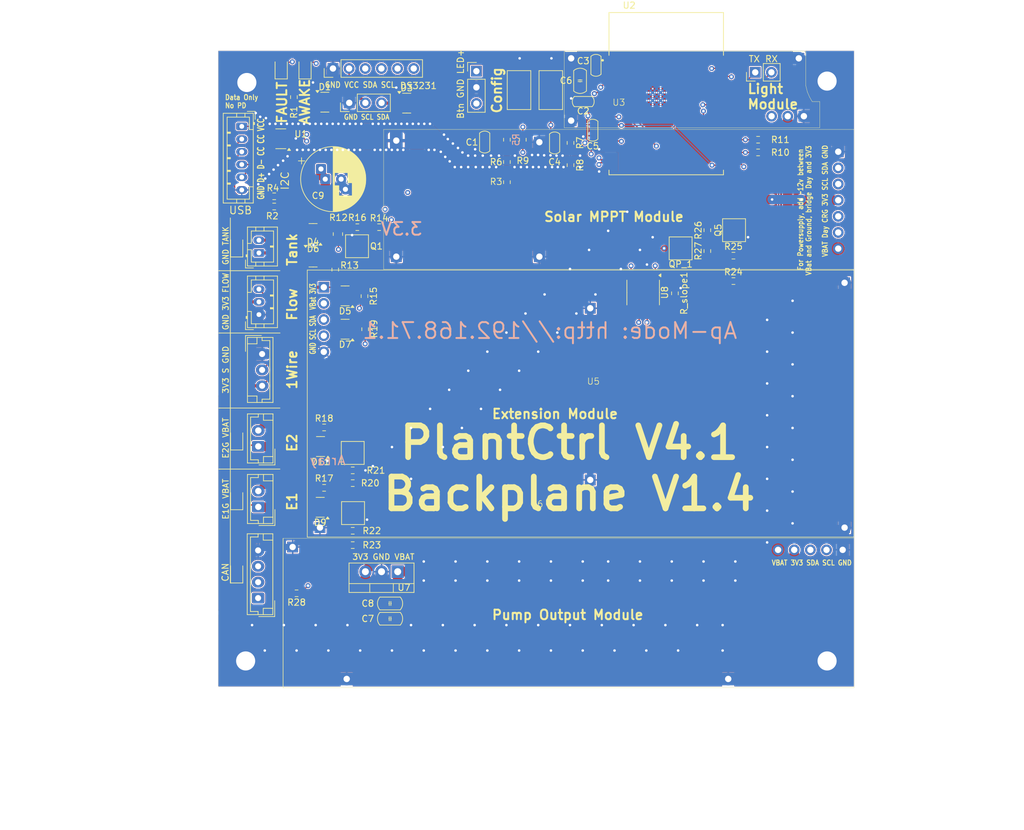
<source format=kicad_pcb>
(kicad_pcb
	(version 20241229)
	(generator "pcbnew")
	(generator_version "9.0")
	(general
		(thickness 1.6)
		(legacy_teardrops no)
	)
	(paper "A4")
	(layers
		(0 "F.Cu" signal)
		(4 "In1.Cu" signal)
		(6 "In2.Cu" signal)
		(2 "B.Cu" signal)
		(9 "F.Adhes" user "F.Adhesive")
		(11 "B.Adhes" user "B.Adhesive")
		(13 "F.Paste" user)
		(15 "B.Paste" user)
		(5 "F.SilkS" user "F.Silkscreen")
		(7 "B.SilkS" user "B.Silkscreen")
		(1 "F.Mask" user)
		(3 "B.Mask" user)
		(17 "Dwgs.User" user "User.Drawings")
		(19 "Cmts.User" user "User.Comments")
		(21 "Eco1.User" user "User.Eco1")
		(23 "Eco2.User" user "User.Eco2")
		(25 "Edge.Cuts" user)
		(27 "Margin" user)
		(31 "F.CrtYd" user "F.Courtyard")
		(29 "B.CrtYd" user "B.Courtyard")
		(35 "F.Fab" user)
		(33 "B.Fab" user)
	)
	(setup
		(stackup
			(layer "F.SilkS"
				(type "Top Silk Screen")
			)
			(layer "F.Paste"
				(type "Top Solder Paste")
			)
			(layer "F.Mask"
				(type "Top Solder Mask")
				(thickness 0.01)
			)
			(layer "F.Cu"
				(type "copper")
				(thickness 0.035)
			)
			(layer "dielectric 1"
				(type "prepreg")
				(thickness 0.1)
				(material "FR4")
				(epsilon_r 4.5)
				(loss_tangent 0.02)
			)
			(layer "In1.Cu"
				(type "copper")
				(thickness 0.035)
			)
			(layer "dielectric 2"
				(type "core")
				(thickness 1.24)
				(material "FR4")
				(epsilon_r 4.5)
				(loss_tangent 0.02)
			)
			(layer "In2.Cu"
				(type "copper")
				(thickness 0.035)
			)
			(layer "dielectric 3"
				(type "prepreg")
				(thickness 0.1)
				(material "FR4")
				(epsilon_r 4.5)
				(loss_tangent 0.02)
			)
			(layer "B.Cu"
				(type "copper")
				(thickness 0.035)
			)
			(layer "B.Mask"
				(type "Bottom Solder Mask")
				(thickness 0.01)
			)
			(layer "B.Paste"
				(type "Bottom Solder Paste")
			)
			(layer "B.SilkS"
				(type "Bottom Silk Screen")
			)
			(copper_finish "HAL lead-free")
			(dielectric_constraints no)
		)
		(pad_to_mask_clearance 0.05)
		(allow_soldermask_bridges_in_footprints no)
		(tenting front back)
		(aux_axis_origin 68.58 26.67)
		(grid_origin 68.58 26.67)
		(pcbplotparams
			(layerselection 0x00000000_00000000_5555555f_ffffffff)
			(plot_on_all_layers_selection 0x00000000_00000000_00000000_00000000)
			(disableapertmacros no)
			(usegerberextensions no)
			(usegerberattributes no)
			(usegerberadvancedattributes no)
			(creategerberjobfile no)
			(dashed_line_dash_ratio 12.000000)
			(dashed_line_gap_ratio 3.000000)
			(svgprecision 4)
			(plotframeref no)
			(mode 1)
			(useauxorigin no)
			(hpglpennumber 1)
			(hpglpenspeed 20)
			(hpglpendiameter 15.000000)
			(pdf_front_fp_property_popups yes)
			(pdf_back_fp_property_popups yes)
			(pdf_metadata yes)
			(pdf_single_document no)
			(dxfpolygonmode yes)
			(dxfimperialunits yes)
			(dxfusepcbnewfont yes)
			(psnegative no)
			(psa4output no)
			(plot_black_and_white yes)
			(sketchpadsonfab no)
			(plotpadnumbers no)
			(hidednponfab no)
			(sketchdnponfab yes)
			(crossoutdnponfab yes)
			(subtractmaskfromsilk no)
			(outputformat 1)
			(mirror no)
			(drillshape 0)
			(scaleselection 1)
			(outputdirectory "gerber/")
		)
	)
	(net 0 "")
	(net 1 "EN")
	(net 2 "VBAT")
	(net 3 "3_3V")
	(net 4 "Temp")
	(net 5 "TANK_SENSOR")
	(net 6 "Charge")
	(net 7 "Net-(Q1-G)")
	(net 8 "ESP_RX")
	(net 9 "ESP_TX")
	(net 10 "Net-(Boot1-Pad2)")
	(net 11 "SDA")
	(net 12 "SCL")
	(net 13 "Net-(CD1-A)")
	(net 14 "Net-(D2-K)")
	(net 15 "IsDay")
	(net 16 "LED_ENABLE")
	(net 17 "WORKING")
	(net 18 "ENABLE_TANK")
	(net 19 "USB_D-")
	(net 20 "FLOW")
	(net 21 "USB_D+")
	(net 22 "BOOT_SEL")
	(net 23 "WARN_LED")
	(net 24 "Net-(I1-A)")
	(net 25 "unconnected-(J6-Pin_5-Pad5)")
	(net 26 "USB_BUS")
	(net 27 "Net-(R3-Pad1)")
	(net 28 "unconnected-(U1-I{slash}O2-Pad4)")
	(net 29 "unconnected-(U1-I{slash}O1-Pad6)")
	(net 30 "Net-(J4-Pin_1)")
	(net 31 "Net-(D8-K)")
	(net 32 "Net-(D8-A)")
	(net 33 "Net-(D10-K)")
	(net 34 "Net-(D10-A)")
	(net 35 "Net-(J2-Pin_3)")
	(net 36 "Net-(Q2-G)")
	(net 37 "Net-(J2-Pin_2)")
	(net 38 "unconnected-(U2-IO8-Pad10)")
	(net 39 "unconnected-(U2-NC-Pad22)")
	(net 40 "Net-(Q3-G)")
	(net 41 "EXTRA_1")
	(net 42 "EXTRA_2")
	(net 43 "Net-(CD2-K)")
	(net 44 "CONFIG2")
	(net 45 "GND")
	(net 46 "unconnected-(J6-Pin_6-Pad6)")
	(net 47 "Net-(J7-Pin_3)")
	(net 48 "Net-(J7-Pin_2)")
	(net 49 "CAN_POWER")
	(net 50 "Net-(Q5-D)")
	(net 51 "Net-(Q5-G)")
	(net 52 "Net-(QP_1-G)")
	(net 53 "Enable_Can")
	(net 54 "Net-(U8-Rs)")
	(net 55 "CAN_TX")
	(net 56 "CAN_RX")
	(net 57 "unconnected-(U8-Vref-Pad5)")
	(footprint "Package_TO_SOT_SMD:SOT-23" (layer "F.Cu") (at 185.7675 101.92 180))
	(footprint "Modules:MPPT" (layer "F.Cu") (at 232.68 48.3075))
	(footprint "Button_Switch_SMD:SW_SPST_CK_RS282G05A3" (layer "F.Cu") (at 221.98 45.87 -90))
	(footprint "Modules:PumpModule" (layer "F.Cu") (at 219.88 111.47))
	(footprint "Connector_JST:JST_EH_B2B-EH-A_1x02_P2.50mm_Vertical" (layer "F.Cu") (at 175.98 111.42 90))
	(footprint "PCM_Capacitor_SMD_Handsoldering_AKL:C_0805_2012Metric_Pad1.18x1.45mm" (layer "F.Cu") (at 196.7 129 180))
	(footprint "PCM_Capacitor_SMD_Handsoldering_AKL:C_0603_1608Metric_Pad1.08x0.95mm" (layer "F.Cu") (at 229.08 41.97 -90))
	(footprint "Resistor_SMD:R_0603_1608Metric" (layer "F.Cu") (at 254.58 53.67 180))
	(footprint "PCM_Capacitor_SMD_Handsoldering_AKL:C_0603_1608Metric_Pad1.08x0.95mm" (layer "F.Cu") (at 227.08 47.67))
	(footprint "Button_Switch_SMD:SW_SPST_CK_RS282G05A3" (layer "F.Cu") (at 216.98 45.87 -90))
	(footprint "Resistor_SMD:R_0603_1608Metric" (layer "F.Cu") (at 225.08 54.17 90))
	(footprint "Connector_JST:JST_PH_B3B-PH-K_1x03_P2.00mm_Vertical" (layer "F.Cu") (at 176.08 81.17 90))
	(footprint "Resistor_SMD:R_0603_1608Metric" (layer "F.Cu") (at 246.6 67.9 90))
	(footprint "Connector_JST:JST_EH_B3B-EH-A_1x03_P2.50mm_Vertical" (layer "F.Cu") (at 176.58 87.37 -90))
	(footprint "Resistor_SMD:R_0603_1608Metric" (layer "F.Cu") (at 191.555 67.42 180))
	(footprint "Resistor_SMD:R_0603_1608Metric" (layer "F.Cu") (at 190.83 115.17))
	(footprint "Package_TO_SOT_SMD:SOT-23" (layer "F.Cu") (at 189.63 78.22 180))
	(footprint "LED_SMD:LED_0805_2012Metric" (layer "F.Cu") (at 179.58 42.42 90))
	(footprint "Package_TO_SOT_SMD:SOT-23" (layer "F.Cu") (at 184.5925 68.42 180))
	(footprint "Resistor_SMD:R_0603_1608Metric" (layer "F.Cu") (at 217.58 53.67 -90))
	(footprint "Connector_PinHeader_2.54mm:PinHeader_1x06_P2.54mm_Vertical" (layer "F.Cu") (at 187.72 42.47 90))
	(footprint "LED_SMD:LED_0805_2012Metric" (layer "F.Cu") (at 172.58 110.17 90))
	(footprint "Resistor_SMD:R_0603_1608Metric" (layer "F.Cu") (at 178.48 64.17))
	(footprint "Package_TO_SOT_SMD:SOT-23-6" (layer "F.Cu") (at 179.5175 53.52 180))
	(footprint "Package_TO_SOT_SMD:SOT-23" (layer "F.Cu") (at 189.63 83.47 180))
	(footprint "Resistor_SMD:R_0603_1608Metric" (layer "F.Cu") (at 241.5 77.825 -90))
	(footprint "PCM_Capacitor_SMD_Handsoldering_AKL:C_0805_2012Metric_Pad1.18x1.45mm" (layer "F.Cu") (at 196.7 126.6 180))
	(footprint "Resistor_SMD:R_0603_1608Metric" (layer "F.Cu") (at 215.08 60.345 -90))
	(footprint "Resistor_SMD:R_0603_1608Metric" (layer "F.Cu") (at 194.98 67.42))
	(footprint "PCM_Capacitor_SMD_Handsoldering_AKL:C_0603_1608Metric_Pad1.08x0.95mm" (layer "F.Cu") (at 211.58 54.0325 90))
	(footprint "Package_TO_SOT_SMD:SOT-23" (layer "F.Cu") (at 199.3175 47.92))
	(footprint "Capacitor_THT:CP_Radial_D10.0mm_P2.50mm_P5.00mm"
		(layer "F.Cu")
		(uuid "5788df9f-c91a-4f2f-8dbd-50d2ee8e1389")
		(at 186.509063 59.87)
		(descr "CP, Radial series, Radial, pin pitch=2.50mm 5.00mm, diameter=10mm, height=12mm, Electrolytic Capacitor")
		(tags "CP Radial series Radial pin pitch 2.50mm 5.00mm diameter 10mm height 12mm Electrolytic Capacitor")
		(property "Reference" "C9"
			(at -1.129063 2.6 0)
			(layer "F.SilkS")
			(uuid "d80d09d5-31e8-424b-86b6-1d42df47e3dd")
			(effects
				(font
					(size 1 1)
					(thickness 0.15)
				)
			)
		)
		(property "Value" "1000uF"
			(at 1.25 6.25 0)
			(layer "F.Fab")
			(uuid "70a175ba-ec71-450b-9a5a-91d206b8d5a6")
			(effects
				(font
					(size 1 1)
					(thickness 0.15)
				)
			)
		)
		(property "Datasheet" "~"
			(at 0 0 0)
			(layer "F.Fab")
			(hide yes)
			(uuid "abdac494-626e-4c59-bcd1-6423def8dddf")
			(effects
				(font
					(size 1.27 1.27)
					(thickness 0.15)
				)
			)
		)
		(property "Description" "Polarized capacitor"
			(at 0 0 0)
			(layer "F.Fab")
			(hide yes)
			(uuid "2403c29e-250c-4bf0-ac75-9a7df71bf331")
			(effects
				(font
					(size 1.27 1.27)
					(thickness 0.15)
				)
			)
		)
		(property ki_fp_filters "CP_*")
		(path "/51332e26-7a0c-48f2-9dc3-7987b9affed0")
		(sheetname "/")
		(sheetfile "PlantCtrlESP32.kicad_sch")
		(attr through_hole)
		(fp_line
			(start -4.229646 -2.875)
			(end -3.229646 -2.875)
			(stroke
				(width 0.12)
				(type solid)
			)
			(layer "F.SilkS")
			(uuid "89904ee2-4d83-4e54-a3c8-c26ee98bf1f9")
		)
		(fp_line
			(start -3.729646 -3.375)
			(end -3.729646 -2.375)
			(stroke
				(width 0.12)
				(type solid)
			)
			(layer "F.SilkS")
			(uuid "1b569b13-eee5-4a34-b784-7e05ed56ccd4")
		)
		(fp_line
			(start 1.25 -5.08)
			(end 1.25 5.08)
			(stroke
				(width 0.12)
				(type solid)
			)
			(layer "F.SilkS")
			(uuid "05314426-9e91-40ef-aa21-896d65621bd7")
		)
		(fp_line
			(start 1.29 -5.08)
			(end 1.29 5.08)
			(stroke
				(width 0.12)
				(type solid)
			)
			(layer "F.SilkS")
			(uuid "0490155d-3a81-4e7a-a412-017cb9c7094d")
		)
		(fp_line
			(start 1.33 -5.079)
			(end 1.33 5.079)
			(stroke
				(width 0.12)
				(type solid)
			)
			(layer "F.SilkS")
			(uuid "f3367b71-175b-4675-b5c8-0006ad21e2ce")
		)
		(fp_line
			(start 1.37 -5.079)
			(end 1.37 5.079)
			(stroke
				(width 0.12)
				(type solid)
			)
			(layer "F.SilkS")
			(uuid "15388988-bb8c-4a7d-9a27-5e345d075b23")
		)
		(fp_line
			(start 1.41 -5.077)
			(end 1.41 5.077)
			(stroke
				(width 0.12)
				(type solid)
			)
			(layer "F.SilkS")
			(uuid "25fdd878-44c9-413c-8a14-d6bac1aa6c20")
		)
		(fp_line
			(start 1.45 -5.076)
			(end 1.45 5.076)
			(stroke
				(width 0.12)
				(type solid)
			)
			(layer "F.SilkS")
			(uuid "552b9aeb-ca3d-4c06-b359-5e628beadabc")
		)
		(fp_line
			(start 1.49 -5.074)
			(end 1.49 -1.04)
			(stroke
				(width 0.12)
				(type solid)
			)
			(layer "F.SilkS")
			(uuid "deb56c4a-1ecd-4019-a002-594f08ebd1d9")
		)
		(fp_line
			(start 1.49 1.04)
			(end 1.49 5.074)
			(stroke
				(width 0.12)
				(type solid)
			)
			(layer "F.SilkS")
			(uuid "ab811579-af15-4cd2-9f25-60a2d0a317ff")
		)
		(fp_line
			(start 1.53 -5.072)
			(end 1.53 -1.04)
			(stroke
				(width 0.12)
				(type solid)
			)
			(layer "F.SilkS")
			(uuid "0f8d9563-d363-4328-a036-d2312e3181c6")
		)
		(fp_line
			(start 1.53 1.04)
			(end 1.53 5.072)
			(stroke
				(width 0.12)
				(type solid)
			)
			(layer "F.SilkS")
			(uuid "f2f689c2-9cc7-46b9-8083-4eaa322fc907")
		)
		(fp_line
			(start 1.57 -5.07)
			(end 1.57 -1.04)
			(stroke
				(width 0.12)
				(type solid)
			)
			(layer "F.SilkS")
			(uuid "71dccc16-d431-47ad-820c-5a62cf3d0c41")
		)
		(fp_line
			(start 1.57 1.04)
			(end 1.57 5.07)
			(stroke
				(width 0.12)
				(type solid)
			)
			(layer "F.SilkS")
			(uuid "b03a05ae-260b-4033-8632-d5549ee4dbe7")
		)
		(fp_line
			(start 1.61 -5.067)
			(end 1.61 -1.04)
			(stroke
				(width 0.12)
				(type solid)
			)
			(layer "F.SilkS")
			(uuid "ef879969-314c-4c7e-9574-0fad767d4d31")
		)
		(fp_line
			(start 1.61 1.04)
			(end 1.61 5.067)
			(stroke
				(width 0.12)
				(type solid)
			)
			(layer "F.SilkS")
			(uuid "9280b2ee-f2f6-4b45-bc8c-6f08c8ba3528")
		)
		(fp_line
			(start 1.65 -5.064)
			(end 1.65 -1.04)
			(stroke
				(width 0.12)
				(type solid)
			)
			(layer "F.SilkS")
			(uuid "76acfc1c-8fe5-4392-975c-70b4f4164a63")
		)
		(fp_line
			(start 1.65 1.04)
			(end 1.65 5.064)
			(stroke
				(width 0.12)
				(type solid)
			)
			(layer "F.SilkS")
			(uuid "589d9ac1-1773-493c-9ae1-7bc72cf91001")
		)
		(fp_line
			(start 1.69 -5.061)
			(end 1.69 -1.04)
			(stroke
				(width 0.12)
				(type solid)
			)
			(layer "F.SilkS")
			(uuid "6f43440a-25f2-46f7-a6ce-6a19ee97afd2")
		)
		(fp_line
			(start 1.69 1.04)
			(end 1.69 5.061)
			(stroke
				(width 0.12)
				(type solid)
			)
			(layer "F.SilkS")
			(uuid "4c22828d-6172-47bc-a2c6-1a63105667ed")
		)
		(fp_line
			(start 1.73 -5.057)
			(end 1.73 -1.04)
			(stroke
				(width 0.12)
				(type solid)
			)
			(layer "F.SilkS")
			(uuid "73b97273-51d2-46e0-bd6b-f9d6fa3bf7a4")
		)
		(fp_line
			(start 1.73 1.04)
			(end 1.73 5.057)
			(stroke
				(width 0.12)
				(type solid)
			)
			(layer "F.SilkS")
			(uuid "517bddd7-e407-4ed8-95c1-67242233ffec")
		)
		(fp_line
			(start 1.77 -5.054)
			(end 1.77 -1.04)
			(stroke
				(width 0.12)
				(type solid)
			)
			(layer "F.SilkS")
			(uuid "2c714d55-eea2-4fb2-9d1e-60fb8f24a6c4")
		)
		(fp_line
			(start 1.77 1.04)
			(end 1.77 5.054)
			(stroke
				(width 0.12)
				(type solid)
			)
			(layer "F.SilkS")
			(uuid "c6272eab-de29-4e84-bd4a-b33ba44be5da")
		)
		(fp_line
			(start 1.81 -5.049)
			(end 1.81 -1.04)
			(stroke
				(width 0.12)
				(type solid)
			)
			(layer "F.SilkS")
			(uuid "27e08f13-7a08-4866-a2a4-4d244276df34")
		)
		(fp_line
			(start 1.81 1.04)
			(end 1.81 5.049)
			(stroke
				(width 0.12)
				(type solid)
			)
			(layer "F.SilkS")
			(uuid "3dd14f20-0cbe-456a-a52b-f4d759537a98")
		)
		(fp_line
			(start 1.85 -5.045)
			(end 1.85 -1.04)
			(stroke
				(width 0.12)
				(type solid)
			)
			(layer "F.SilkS")
			(uuid "4554e845-7861-4d44-9b4e-65f744eb9ed4")
		)
		(fp_line
			(start 1.85 1.04)
			(end 1.85 5.045)
			(stroke
				(width 0.12)
				(type solid)
			)
			(layer "F.SilkS")
			(uuid "a9838921-2a07-4d39-9523-373f9895fe02")
		)
		(fp_line
			(start 1.89 -5.04)
			(end 1.89 -1.04)
			(stroke
				(width 0.12)
				(type solid)
			)
			(layer "F.SilkS")
			(uuid "9dd7c8f8-a793-4526-afe2-f7a750e4c50f")
		)
		(fp_line
			(start 1.89 1.04)
			(end 1.89 5.04)
			(stroke
				(width 0.12)
				(type solid)
			)
			(layer "F.SilkS")
			(uuid "2c511a83-25fd-4f6c-95f9-6e26f059e857")
		)
		(fp_line
			(start 1.93 -5.035)
			(end 1.93 -1.04)
			(stroke
				(width 0.12)
				(type solid)
			)
			(layer "F.SilkS")
			(uuid "2252ebe1-2f4d-4ea6-812e-0371f7e16ba8")
		)
		(fp_line
			(start 1.93 1.04)
			(end 1.93 5.035)
			(stroke
				(width 0.12)
				(type solid)
			)
			(layer "F.SilkS")
			(uuid "80c2c4e6-20d7-4ab9-8120-61e5c409e7c8")
		)
		(fp_line
			(start 1.97 -5.029)
			(end 1.97 -1.04)
			(stroke
				(width 0.12)
				(type solid)
			)
			(layer "F.SilkS")
			(uuid "5d92da4a-3dfb-4866-89d4-9a811f0148d4")
		)
		(fp_line
			(start 1.97 1.04)
			(end 1.97 5.029)
			(stroke
				(width 0.12)
				(type solid)
			)
			(layer "F.SilkS")
			(uuid "5b821102-a4ea-4b1a-91cb-58e3646ba081")
		)
		(fp_line
			(start 2.01 -5.023)
			(end 2.01 -1.04)
			(stroke
				(width 0.12)
				(type solid)
			)
			(layer "F.SilkS")
			(uuid "39e18b03-c8f8-4fc1-a958-546937b8e4ee")
		)
		(fp_line
			(start 2.01 1.04)
			(end 2.01 5.023)
			(stroke
				(width 0.12)
				(type solid)
			)
			(layer "F.SilkS")
			(uuid "35810396-506e-4501-a98d-184f71176d4e")
		)
		(fp_line
			(start 2.05 -5.017)
			(end 2.05 -1.04)
			(stroke
				(width 0.12)
				(type solid)
			)
			(layer "F.SilkS")
			(uuid "4f359438-eac5-4b07-bbf8-57711e85cd0c")
		)
		(fp_line
			(start 2.05 1.04)
			(end 2.05 5.017)
			(stroke
				(width 0.12)
				(type solid)
			)
			(layer "F.SilkS")
			(uuid "72abd212-da13-4800-8329-8320a511405a")
		)
		(fp_line
			(start 2.09 -5.011)
			(end 2.09 -1.04)
			(stroke
				(width 0.12)
				(type solid)
			)
			(layer "F.SilkS")
			(uuid "d298eb84-c624-4af2-9fe4-0f7ff1bea8aa")
		)
		(fp_line
			(start 2.09 1.04)
			(end 2.09 5.011)
			(stroke
				(width 0.12)
				(type solid)
			)
			(layer "F.SilkS")
			(uuid "40a0c069-00d5-4499-a9ab-bf75bfef5d2f")
		)
		(fp_line
			(start 2.13 -5.004)
			(end 2.13 -1.04)
			(stroke
				(width 0.12)
				(type solid)
			)
			(layer "F.SilkS")
			(u
... [4309247 chars truncated]
</source>
